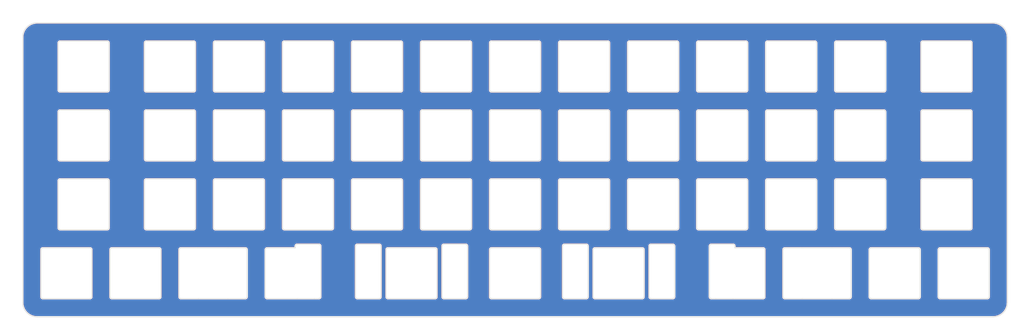
<source format=kicad_pcb>
(kicad_pcb (version 20210606) (generator pcbnew)
  (layers (0 "F.Cu" signal) (31 "B.Cu" signal) (34 "B.Paste" user) (35 "F.Paste" user) (36 "B.SilkS" user "B.Silkscreen") (37 "F.SilkS" user "F.Silkscreen") (38 "B.Mask" user) (39 "F.Mask" user) (44 "Edge.Cuts" user))
  (net 0 "")
  (gr_line (start 277.9625 103.299999) (end 277.9625 90.299998) (layer "Edge.Cuts") (width 0.15))
  (gr_line (start 248.6 103.799997) (end 235.6 103.799997) (layer "Edge.Cuts") (width 0.15))
  (gr_arc (start 73.675001 128.399998) (end 73.675 127.9) (angle -90) (layer "Edge.Cuts") (width 0.15))
  (gr_line (start 134.3 84.749998) (end 121.3 84.749998) (layer "Edge.Cuts") (width 0.15))
  (gr_line (start 96.7 109.349999) (end 96.700001 122.349998) (layer "Edge.Cuts") (width 0.15))
  (gr_arc (start 96.2 90.299998) (end 96.699999 90.299998) (angle -90) (layer "Edge.Cuts") (width 0.15))
  (gr_line (start 153.35 103.799999) (end 140.35 103.799997) (layer "Edge.Cuts") (width 0.15))
  (gr_line (start 96.200002 84.749998) (end 83.2 84.749998) (layer "Edge.Cuts") (width 0.15))
  (gr_line (start 235.6 70.749998) (end 248.6 70.749998) (layer "Edge.Cuts") (width 0.15))
  (gr_arc (start 152.263 141.4) (end 152.263001 141.899999) (angle -90) (layer "Edge.Cuts") (width 0.15))
  (gr_line (start 291.4625 122.849999) (end 278.4625 122.849999) (layer "Edge.Cuts") (width 0.15))
  (gr_arc (start 97.487501 128.399999) (end 97.487501 127.899998) (angle -90) (layer "Edge.Cuts") (width 0.15))
  (gr_line (start 134.800001 109.349997) (end 134.800001 122.349998) (layer "Edge.Cuts") (width 0.15))
  (gr_line (start 53.337499 84.749998) (end 40.3375 84.749998) (layer "Edge.Cuts") (width 0.15))
  (gr_line (start 91.9375 128.399998) (end 91.9375 141.399998) (layer "Edge.Cuts") (width 0.15))
  (gr_arc (start 248.6 109.349999) (end 249.100001 109.349998) (angle -90) (layer "Edge.Cuts") (width 0.15))
  (gr_line (start 283.225 127.899998) (end 296.225 127.899998) (layer "Edge.Cuts") (width 0.15))
  (gr_line (start 115.25 103.799997) (end 102.249999 103.799997) (layer "Edge.Cuts") (width 0.15))
  (gr_arc (start 187.975 128.399998) (end 187.975 127.899998) (angle -90) (layer "Edge.Cuts") (width 0.15))
  (gr_arc (start 111.75 141.399998) (end 111.750001 141.899999) (angle -90) (layer "Edge.Cuts") (width 0.15))
  (gr_arc (start 191.45 71.249998) (end 191.95 71.249998) (angle -90) (layer "Edge.Cuts") (width 0.15))
  (gr_line (start 268.149999 71.249998) (end 268.149999 84.249998) (layer "Edge.Cuts") (width 0.15))
  (gr_line (start 209.913 127.399997) (end 209.913 141.399998) (layer "Edge.Cuts") (width 0.15))
  (gr_line (start 229.55 122.849998) (end 216.55 122.849998) (layer "Edge.Cuts") (width 0.15))
  (gr_arc (start 134.3 122.349998) (end 134.300001 122.849998) (angle -90) (layer "Edge.Cuts") (width 0.15))
  (gr_line (start 35.075001 141.399999) (end 35.075001 128.399999) (layer "Edge.Cuts") (width 0.15))
  (gr_line (start 53.8375 90.299998) (end 53.8375 103.299999) (layer "Edge.Cuts") (width 0.15))
  (gr_arc (start 179.537001 141.399999) (end 179.037 141.399998) (angle -90) (layer "Edge.Cuts") (width 0.15))
  (gr_line (start 296.725 128.399998) (end 296.725 141.399998) (layer "Edge.Cuts") (width 0.15))
  (gr_arc (start 185.537 141.399999) (end 185.537 141.899998) (angle -90) (layer "Edge.Cuts") (width 0.15))
  (gr_line (start 121.300001 89.799997) (end 134.3 89.799997) (layer "Edge.Cuts") (width 0.15))
  (gr_arc (start 146.263 127.399999) (end 146.263001 126.899997) (angle -90) (layer "Edge.Cuts") (width 0.15))
  (gr_arc (start 140.350001 71.249998) (end 140.35 70.749998) (angle -90) (layer "Edge.Cuts") (width 0.15))
  (gr_arc (start 283.225001 128.399998) (end 283.225 127.899998) (angle -90) (layer "Edge.Cuts") (width 0.15))
  (gr_arc (start 264.175 141.399999) (end 263.675 141.399998) (angle -90) (layer "Edge.Cuts") (width 0.15))
  (gr_arc (start 48.574999 128.399998) (end 49.074999 128.4) (angle -90) (layer "Edge.Cuts") (width 0.15))
  (gr_arc (start 102.25 109.349999) (end 102.249999 108.849999) (angle -90) (layer "Edge.Cuts") (width 0.15))
  (gr_arc (start 40.337499 90.299998) (end 40.3375 89.799999) (angle -90) (layer "Edge.Cuts") (width 0.15))
  (gr_arc (start 197.5 84.249998) (end 197 84.249998) (angle -90) (layer "Edge.Cuts") (width 0.15))
  (gr_line (start 230.05 109.349998) (end 230.05 122.349998) (layer "Edge.Cuts") (width 0.15))
  (gr_line (start 172.4 103.799999) (end 159.4 103.799999) (layer "Edge.Cuts") (width 0.15))
  (gr_line (start 210.5 122.849998) (end 197.5 122.849999) (layer "Edge.Cuts") (width 0.15))
  (gr_line (start 115.25 84.749998) (end 102.25 84.749998) (layer "Edge.Cuts") (width 0.15))
  (gr_arc (start 53.337499 103.299999) (end 53.3375 103.799999) (angle -90) (layer "Edge.Cuts") (width 0.15))
  (gr_line (start 82.700001 122.349998) (end 82.7 109.349999) (layer "Edge.Cuts") (width 0.15))
  (gr_line (start 278.4625 89.799999) (end 291.4625 89.799999) (layer "Edge.Cuts") (width 0.15))
  (gr_line (start 139.850001 122.349999) (end 139.850001 109.349998) (layer "Edge.Cuts") (width 0.15))
  (gr_line (start 230.05 71.249998) (end 230.05 84.249998) (layer "Edge.Cuts") (width 0.15))
  (gr_arc (start 121.300001 71.249998) (end 121.3 70.749998) (angle -90) (layer "Edge.Cuts") (width 0.15))
  (gr_line (start 216.05 84.249998) (end 216.05 71.249998) (layer "Edge.Cuts") (width 0.15))
  (gr_line (start 235.100001 122.349998) (end 235.100001 109.349998) (layer "Edge.Cuts") (width 0.15))
  (gr_arc (start 159.399999 122.349998) (end 158.9 122.349998) (angle -90) (layer "Edge.Cuts") (width 0.15))
  (gr_arc (start 115.25 103.299999) (end 115.25 103.799997) (angle -90) (layer "Edge.Cuts") (width 0.15))
  (gr_line (start 178.45 108.849999) (end 191.45 108.849999) (layer "Edge.Cuts") (width 0.15))
  (gr_arc (start 172.400001 103.299997) (end 172.4 103.799999) (angle -90) (layer "Edge.Cuts") (width 0.15))
  (gr_line (start 64.15 89.799999) (end 77.15 89.799999) (layer "Edge.Cuts") (width 0.15))
  (gr_arc (start 178.45 71.249998) (end 178.450001 70.749998) (angle -90) (layer "Edge.Cuts") (width 0.15))
  (gr_line (start 159.4 127.899998) (end 172.4 127.899998) (layer "Edge.Cuts") (width 0.15))
  (gr_line (start 39.837499 103.299999) (end 39.8375 90.299999) (layer "Edge.Cuts") (width 0.15))
  (gr_line (start 201.475 128.399998) (end 201.475 141.399998) (layer "Edge.Cuts") (width 0.15))
  (gr_arc (start 216.55 84.249999) (end 216.05 84.249998) (angle -90) (layer "Edge.Cuts") (width 0.15))
  (gr_line (start 249.1 90.299998) (end 249.1 103.299997) (layer "Edge.Cuts") (width 0.15))
  (gr_arc (start 96.2 84.249998) (end 96.200002 84.749998) (angle -90) (layer "Edge.Cuts") (width 0.15))
  (gr_arc (start 172.400001 122.349998) (end 172.4 122.849999) (angle -90) (layer "Edge.Cuts") (width 0.15))
  (gr_line (start 115.75 109.349998) (end 115.749999 122.349998) (layer "Edge.Cuts") (width 0.15))
  (gr_arc (start 96.200001 109.349998) (end 96.7 109.349999) (angle -90) (layer "Edge.Cuts") (width 0.15))
  (gr_line (start 254.65 70.749998) (end 267.65 70.749999) (layer "Edge.Cuts") (width 0.15))
  (gr_arc (start 77.15 84.249998) (end 77.15 84.749998) (angle -90) (layer "Edge.Cuts") (width 0.15))
  (gr_arc (start 258.124999 128.399998) (end 258.625001 128.399998) (angle -90) (layer "Edge.Cuts") (width 0.15))
  (gr_arc (start 77.15 103.299999) (end 77.15 103.799999) (angle -90) (layer "Edge.Cuts") (width 0.15))
  (gr_line (start 196.999999 122.349998) (end 196.999999 109.349997) (layer "Edge.Cuts") (width 0.15))
  (gr_line (start 159.4 89.799999) (end 172.4 89.799999) (layer "Edge.Cuts") (width 0.15))
  (gr_arc (start 121.3 109.349999) (end 121.3 108.849998) (angle -90) (layer "Edge.Cuts") (width 0.15))
  (gr_arc (start 210.5 109.349999) (end 211.000001 109.349997) (angle -90) (layer "Edge.Cuts") (width 0.15))
  (gr_line (start 73.675 127.9) (end 78.4375 127.9) (layer "Edge.Cuts") (width 0.15))
  (gr_line (start 197.5 108.849999) (end 210.5 108.849998) (layer "Edge.Cuts") (width 0.15))
  (gr_arc (start 172.4 109.349998) (end 172.9 109.349999) (angle -90) (layer "Edge.Cuts") (width 0.15))
  (gr_arc (start 172.400001 128.399998) (end 172.9 128.399998) (angle -90) (layer "Edge.Cuts") (width 0.15))
  (gr_arc (start 216.55 109.349999) (end 216.55 108.849998) (angle -90) (layer "Edge.Cuts") (width 0.15))
  (gr_arc (start 102.249999 71.249998) (end 102.25 70.749998) (angle -90) (layer "Edge.Cuts") (width 0.15))
  (gr_arc (start 40.337499 71.25) (end 40.3375 70.749998) (angle -90) (layer "Edge.Cuts") (width 0.15))
  (gr_line (start 146.263001 126.899997) (end 152.263001 126.899997) (layer "Edge.Cuts") (width 0.15))
  (gr_arc (start 267.65 103.299998) (end 267.65 103.799999) (angle -90) (layer "Edge.Cuts") (width 0.15))
  (gr_line (start 291.4625 84.749998) (end 278.462501 84.749998) (layer "Edge.Cuts") (width 0.15))
  (gr_line (start 102.249999 89.799997) (end 115.25 89.799999) (layer "Edge.Cuts") (width 0.15))
  (gr_arc (start 134.300001 84.249999) (end 134.3 84.749998) (angle -90) (layer "Edge.Cuts") (width 0.15))
  (gr_line (start 197 84.249998) (end 197 71.249998) (layer "Edge.Cuts") (width 0.15))
  (gr_arc (start 254.650001 71.249998) (end 254.65 70.749998) (angle -90) (layer "Edge.Cuts") (width 0.15))
  (gr_arc (start 130.825 128.4) (end 130.825 127.899998) (angle -90) (layer "Edge.Cuts") (width 0.15))
  (gr_arc (start 197.5 90.299998) (end 197.500001 89.799997) (angle -90) (layer "Edge.Cuts") (width 0.15))
  (gr_line (start 64.15 70.749999) (end 77.15 70.749998) (layer "Edge.Cuts") (width 0.15))
  (gr_arc (start 229.55 109.349999) (end 230.05 109.349998) (angle -90) (layer "Edge.Cuts") (width 0.15))
  (gr_line (start 254.650001 89.799998) (end 267.65 89.799999) (layer "Edge.Cuts") (width 0.15))
  (gr_line (start 110.4875 141.899999) (end 105.75 141.899998) (layer "Edge.Cuts") (width 0.15))
  (gr_arc (start 235.6 71.249998) (end 235.6 70.749998) (angle -90) (layer "Edge.Cuts") (width 0.15))
  (gr_arc (start 64.15 122.349998) (end 63.649998 122.349998) (angle -90) (layer "Edge.Cuts") (width 0.15))
  (gr_arc (start 128.387001 141.399999) (end 128.387 141.899998) (angle -90) (layer "Edge.Cuts") (width 0.15))
  (gr_line (start 67.625 141.9) (end 54.624999 141.899998) (layer "Edge.Cuts") (width 0.15))
  (gr_arc (start 267.65 122.349998) (end 267.65 122.849999) (angle -90) (layer "Edge.Cuts") (width 0.15))
  (gr_line (start 68.125 128.4) (end 68.125 141.4) (layer "Edge.Cuts") (width 0.15))
  (gr_line (start 197.500001 70.749999) (end 210.5 70.749998) (layer "Edge.Cuts") (width 0.15))
  (gr_arc (start 153.35 90.299998) (end 153.85 90.299998) (angle -90) (layer "Edge.Cuts") (width 0.15))
  (gr_line (start 177.950001 84.249999) (end 177.95 71.249998) (layer "Edge.Cuts") (width 0.15))
  (gr_arc (start 254.650001 90.299999) (end 254.650001 89.799998) (angle -90) (layer "Edge.Cuts") (width 0.15))
  (gr_line (start 249.1 71.249998) (end 249.1 84.249998) (layer "Edge.Cuts") (width 0.15))
  (gr_line (start 128.887 127.4) (end 128.887 141.399998) (layer "Edge.Cuts") (width 0.15))
  (gr_line (start 254.650001 108.849998) (end 267.65 108.849999) (layer "Edge.Cuts") (width 0.15))
  (gr_arc (start 67.625001 128.399998) (end 68.125 128.4) (angle -90) (layer "Edge.Cuts") (width 0.15))
  (gr_arc (start 197.500001 122.349998) (end 196.999999 122.349998) (angle -90) (layer "Edge.Cuts") (width 0.15))
  (gr_line (start 264.175 127.899998) (end 277.175 127.899998) (layer "Edge.Cuts") (width 0.15))
  (gr_line (start 254.15 103.299999) (end 254.15 90.299999) (layer "Edge.Cuts") (width 0.15))
  (gr_line (start 91.4375 141.899998) (end 86.675 141.899998) (layer "Edge.Cuts") (width 0.15))
  (gr_line (start 134.8 71.249998) (end 134.8 84.249998) (layer "Edge.Cuts") (width 0.15))
  (gr_line (start 140.35 89.799997) (end 153.35 89.799999) (layer "Edge.Cuts") (width 0.15))
  (gr_arc (start 172.4 71.249998) (end 172.9 71.249998) (angle -90) (layer "Edge.Cuts") (width 0.15))
  (gr_line (start 158.9 141.399998) (end 158.9 128.399998) (layer "Edge.Cuts") (width 0.15))
  (gr_arc (start 267.65 84.249998) (end 267.649999 84.749998) (angle -90) (layer "Edge.Cuts") (width 0.15))
  (gr_arc (start 91.437502 128.399998) (end 91.9375 128.399998) (angle -90) (layer "Edge.Cuts") (width 0.15))
  (gr_arc (start 96.200001 122.349999) (end 96.2 122.849999) (angle -90) (layer "Edge.Cuts") (width 0.15))
  (gr_line (start 172.9 71.249998) (end 172.9 84.249999) (layer "Edge.Cuts") (width 0.15))
  (gr_line (start 278.462501 70.749998) (end 291.4625 70.749998) (layer "Edge.Cuts") (width 0.15))
  (gr_arc (start 216.55 103.299999) (end 216.050001 103.299997) (angle -90) (layer "Edge.Cuts") (width 0.15))
  (gr_arc (start 64.15 84.249998) (end 63.649999 84.249998) (angle -90) (layer "Edge.Cuts") (width 0.15))
  (gr_line (start 158.9 84.249999) (end 158.9 71.249998) (layer "Edge.Cuts") (width 0.15))
  (gr_line (start 128.387 141.899998) (end 122.387001 141.899998) (layer "Edge.Cuts") (width 0.15))
  (gr_line (start 121.3 70.749998) (end 134.3 70.749998) (layer "Edge.Cuts") (width 0.15))
  (gr_line (start 239.862501 141.399999) (end 239.862501 128.399998) (layer "Edge.Cuts") (width 0.15))
  (gr_arc (start 73.675 141.399999) (end 73.175 141.399998) (angle -90) (layer "Edge.Cuts") (width 0.15))
  (gr_line (start 226.550001 127.399997) (end 226.55 127.899998) (layer "Edge.Cuts") (width 0.15))
  (gr_arc (start 291.4625 122.349998) (end 291.4625 122.849999) (angle -90) (layer "Edge.Cuts") (width 0.15))
  (gr_arc (start 146.263 141.399999) (end 145.763 141.399998) (angle -90) (layer "Edge.Cuts") (width 0.15))
  (gr_arc (start 96.200001 103.299998) (end 96.200001 103.799997) (angle -90) (layer "Edge.Cuts") (width 0.15))
  (gr_line (start 191.450001 103.799997) (end 178.45 103.799999) (layer "Edge.Cuts") (width 0.15))
  (gr_arc (start 140.350001 90.299999) (end 140.35 89.799997) (angle -90) (layer "Edge.Cuts") (width 0.15))
  (gr_arc (start 267.65 71.249998) (end 268.149999 71.249998) (angle -90) (layer "Edge.Cuts") (width 0.15))
  (gr_arc (start 178.450001 103.299997) (end 177.95 103.299999) (angle -90) (layer "Edge.Cuts") (width 0.15))
  (gr_arc (start 197.5 109.35) (end 197.5 108.849999) (angle -89.99965623) (layer "Edge.Cuts") (width 0.15))
  (gr_line (start 178.45 89.799999) (end 191.450001 89.799997) (layer "Edge.Cuts") (width 0.15))
  (gr_line (start 86.675 141.899998) (end 78.4375 141.899998) (layer "Edge.Cuts") (width 0.15))
  (gr_arc (start 115.25 122.35) (end 115.25 122.849998) (angle -90) (layer "Edge.Cuts") (width 0.15))
  (gr_arc (start 178.450001 109.349997) (end 178.45 108.849999) (angle -90) (layer "Edge.Cuts") (width 0.15))
  (gr_arc (start 209.413 141.399998) (end 209.412999 141.899998) (angle -90) (layer "Edge.Cuts") (width 0.15))
  (gr_line (start 53.8375 71.249998) (end 53.8375 84.249998) (layer "Edge.Cuts") (width 0.15))
  (gr_arc (start 291.4625 84.249998) (end 291.4625 84.749998) (angle -90) (layer "Edge.Cuts") (width 0.15))
  (gr_line (start 82.700001 103.299999) (end 82.700001 90.299999) (layer "Edge.Cuts") (width 0.15))
  (gr_line (start 130.325001 141.399999) (end 130.325 128.399998) (layer "Edge.Cuts") (width 0.15))
  (gr_line (start 101.75 84.249998) (end 101.75 71.249998) (layer "Edge.Cuts") (width 0.15))
  (gr_line (start 229.55 84.749998) (end 216.55 84.749998) (layer "Edge.Cuts") (width 0.15))
  (gr_line (start 158.9 103.299999) (end 158.9 90.299999) (layer "Edge.Cuts") (width 0.15))
  (gr_line (start 120.8 103.299997) (end 120.8 90.299998) (layer "Edge.Cuts") (width 0.15))
  (gr_arc (start 134.300001 90.299999) (end 134.8 90.299998) (angle -90) (layer "Edge.Cuts") (width 0.15))
  (gr_arc (start 111.75 127.4) (end 112.25 127.4) (angle -90) (layer "Edge.Cuts") (width 0.15))
  (gr_line (start 139.85 84.249998) (end 139.85 71.249998) (layer "Edge.Cuts") (width 0.15))
  (gr_line (start 172.9 90.299999) (end 172.9 103.299999) (layer "Edge.Cuts") (width 0.15))
  (gr_line (start 102.249999 108.849999) (end 115.25 108.849999) (layer "Edge.Cuts") (width 0.15))
  (gr_arc (start 254.650001 109.349997) (end 254.650001 108.849998) (angle -90) (layer "Edge.Cuts") (width 0.15))
  (gr_arc (start 267.65 90.299998) (end 268.15 90.299999) (angle -90) (layer "Edge.Cuts") (width 0.15))
  (gr_line (start 172.400001 84.749998) (end 159.399999 84.749998) (layer "Edge.Cuts") (width 0.15))
  (gr_arc (start 172.4 141.399999) (end 172.4 141.899998) (angle -90) (layer "Edge.Cuts") (width 0.15))
  (gr_line (start 78.4375 127.9) (end 86.675 127.9) (layer "Edge.Cuts") (width 0.15))
  (gr_line (start 77.65 109.349999) (end 77.65 122.35) (layer "Edge.Cuts") (width 0.15))
  (gr_line (start 39.837499 84.249998) (end 39.837499 71.249998) (layer "Edge.Cuts") (width 0.15))
  (gr_arc (start 83.2 84.249998) (end 82.700001 84.249999) (angle -90) (layer "Edge.Cuts") (width 0.15))
  (gr_arc (start 121.3 90.299999) (end 121.300001 89.799997) (angle -90) (layer "Edge.Cuts") (width 0.15))
  (gr_line (start 115.25 122.849998) (end 102.25 122.849999) (layer "Edge.Cuts") (width 0.15))
  (gr_arc (start 277.175 141.399999) (end 277.175 141.899998) (angle -90) (layer "Edge.Cuts") (width 0.15))
  (gr_arc (start 210.5 84.249999) (end 210.5 84.749998) (angle -90) (layer "Edge.Cuts") (width 0.15))
  (gr_arc (start 102.25 122.35) (end 101.75 122.349998) (angle -90) (layer "Edge.Cuts") (width 0.15))
  (gr_arc (start 179.537 127.399999) (end 179.537 126.899997) (angle -90) (layer "Edge.Cuts") (width 0.15))
  (gr_line (start 35.575001 127.899999) (end 48.574999 127.9) (layer "Edge.Cuts") (width 0.15))
  (gr_line (start 77.15 103.799999) (end 64.15 103.799999) (layer "Edge.Cuts") (width 0.15))
  (gr_arc (start 172.4 90.299998) (end 172.9 90.299999) (angle -90) (layer "Edge.Cuts") (width 0.15))
  (gr_line (start 179.037 141.399998) (end 179.037 127.399997) (layer "Edge.Cuts") (width 0.15))
  (gr_arc (start 153.349999 109.349997) (end 153.850001 109.349998) (angle -90) (layer "Edge.Cuts") (width 0.15))
  (gr_line (start 219.55 141.399998) (end 219.550001 127.399998) (layer "Edge.Cuts") (width 0.15))
  (gr_line (start 96.2 122.849999) (end 83.2 122.849999) (layer "Edge.Cuts") (width 0.15))
  (gr_arc (start 77.15 90.299998) (end 77.65 90.299999) (angle -90) (layer "Edge.Cuts") (width 0.15))
  (gr_line (start 254.15 122.349998) (end 254.15 109.349999) (layer "Edge.Cuts") (width 0.15))
  (gr_line (start 82.700001 84.249999) (end 82.700001 71.249998) (layer "Edge.Cuts") (width 0.15))
  (gr_arc (start 64.15 109.349999) (end 64.15 108.85) (angle -90) (layer "Edge.Cuts") (width 0.15))
  (gr_arc (start 296.225 128.399998) (end 296.725 128.399998) (angle -90) (layer "Edge.Cuts") (width 0.15))
  (gr_arc (start 278.4625 103.299998) (end 277.9625 103.299999) (angle -90) (layer "Edge.Cuts") (width 0.15))
  (gr_line (start 235.100001 103.299998) (end 235.1 90.299998) (layer "Edge.Cuts") (width 0.15))
  (gr_arc (start 187.975001 141.399999) (end 187.475 141.399998) (angle -90) (layer "Edge.Cuts") (width 0.15))
  (gr_line (start 226.55 127.899998) (end 234.3125 127.899998) (layer "Edge.Cuts") (width 0.15))
  (gr_arc (start 121.3 84.249999) (end 120.8 84.249998) (angle -90) (layer "Edge.Cuts") (width 0.15))
  (gr_line (start 186.037001 127.399997) (end 186.037001 141.399999) (layer "Edge.Cuts") (width 0.15))
  (gr_line (start 268.15 90.299999) (end 268.15 103.299999) (layer "Edge.Cuts") (width 0.15))
  (gr_arc (start 153.349999 122.349998) (end 153.35 122.849999) (angle -90) (layer "Edge.Cuts") (width 0.15))
  (gr_arc (start 216.55 71.249998) (end 216.55 70.749998) (angle -90) (layer "Edge.Cuts") (width 0.15))
  (gr_arc (start 235.6 84.249998) (end 235.1 84.249998) (angle -90) (layer "Edge.Cuts") (width 0.15))
  (gr_line (start 282.725 141.399998) (end 282.725 128.399998) (layer "Edge.Cuts") (width 0.15))
  (gr_line (start 105.75 126.899999) (end 111.75 126.899999) (layer "Edge.Cuts") (width 0.15))
  (gr_arc (start 278.4625 71.249998) (end 278.462501 70.749998) (angle -90) (layer "Edge.Cuts") (width 0.15))
  (gr_line (start 191.95 71.249998) (end 191.95 84.249998) (layer "Edge.Cuts") (width 0.15))
  (gr_arc (start 210.5 103.299999) (end 210.499999 103.799997) (angle -90) (layer "Edge.Cuts") (width 0.15))
  (gr_line (start 291.962501 71.249998) (end 291.962501 84.249998) (layer "Edge.Cuts") (width 0.15))
  (gr_arc (start 54.624999 128.399998) (end 54.624999 127.9) (angle -90) (layer "Edge.Cuts") (width 0.15))
  (gr_arc (start 248.600001 71.249998) (end 249.1 71.249998) (angle -90) (layer "Edge.Cuts") (width 0.15))
  (gr_arc (start 159.4 90.299998) (end 159.4 89.799999) (angle -90) (layer "Edge.Cuts") (width 0.15))
  (gr_arc (start 278.462501 122.349998) (end 277.9625 122.349998) (angle -90) (layer "Edge.Cuts") (width 0.15))
  (gr_line (start 277.175 141.899998) (end 264.175 141.899998) (layer "Edge.Cuts") (width 0.15))
  (gr_line (start 216.55 108.849998) (end 229.550001 108.849999) (layer "Edge.Cuts") (width 0.15))
  (gr_arc (start 278.4625 109.349998) (end 278.4625 108.849999) (angle -90) (layer "Edge.Cuts") (width 0.15))
  (gr_arc (start 235.6 122.349998) (end 235.100001 122.349998) (angle -90) (layer "Edge.Cuts") (width 0.15))
  (gr_line (start 200.975 141.899998) (end 187.975 141.899998) (layer "Edge.Cuts") (width 0.15))
  (gr_arc (start 53.337499 109.349999) (end 53.8375 109.349999) (angle -90) (layer "Edge.Cuts") (width 0.15))
  (gr_line (start 83.2 108.849999) (end 96.2 108.849999) (layer "Edge.Cuts") (width 0.15))
  (gr_line (start 153.850001 109.349998) (end 153.849999 122.349998) (layer "Edge.Cuts") (width 0.15))
  (gr_line (start 120.8 122.349998) (end 120.8 109.349997) (layer "Edge.Cuts") (width 0.15))
  (gr_arc (start 248.600001 84.249999) (end 248.6 84.749998) (angle -90) (layer "Edge.Cuts") (width 0.15))
  (gr_line (start 278.4625 108.849999) (end 291.4625 108.849999) (layer "Edge.Cuts") (width 0.15))
  (gr_line (start 49.074999 128.4) (end 49.074999 141.4) (layer "Edge.Cuts") (width 0.15))
  (gr_arc (start 191.450001 103.299998) (end 191.450001 103.799997) (angle -90) (layer "Edge.Cuts") (width 0.15))
  (gr_line (start 152.263001 141.899999) (end 146.263 141.899998) (layer "Edge.Cuts") (width 0.15))
  (gr_line (start 229.550001 103.799997) (end 216.55 103.799997) (layer "Edge.Cuts") (width 0.15))
  (gr_line (start 145.763 141.399998) (end 145.763 127.399997) (layer "Edge.Cuts") (width 0.15))
  (gr_line (start 40.3375 89.799999) (end 53.3375 89.799997) (layer "Edge.Cuts") (width 0.15))
  (gr_arc (start 128.387001 127.399999) (end 128.887 127.4) (angle -90) (layer "Edge.Cuts") (width 0.15))
  (gr_line (start 258.625001 128.399998) (end 258.625001 141.399999) (layer "Edge.Cuts") (width 0.15))
  (gr_arc (start 197.5 71.249998) (end 197.500001 70.749999) (angle -90) (layer "Edge.Cuts") (width 0.15))
  (gr_arc (start 203.413 127.399997) (end 203.413 126.899999) (angle -90) (layer "Edge.Cuts") (width 0.15))
  (gr_line (start 235.6 108.849999) (end 248.6 108.849999) (layer "Edge.Cuts") (width 0.15))
  (gr_line (start 73.175 141.399998) (end 73.175 128.399998) (layer "Edge.Cuts") (width 0.15))
  (gr_arc (start 291.462501 109.349998) (end 291.9625 109.349999) (angle -90) (layer "Edge.Cuts") (width 0.15))
  (gr_arc (start 248.6 122.349998) (end 248.600001 122.849998) (angle -90) (layer "Edge.Cuts") (width 0.15))
  (gr_arc (start 234.3125 128.399998) (end 234.812501 128.399998) (angle -90) (layer "Edge.Cuts") (width 0.15))
  (gr_arc (start 153.349999 84.249998) (end 153.349999 84.749998) (angle -90) (layer "Edge.Cuts") (width 0.15))
  (gr_arc (start 216.55 90.299999) (end 216.549999 89.799997) (angle -90) (layer "Edge.Cuts") (width 0.15))
  (gr_arc (start 134.3 109.349999) (end 134.800001 109.349997) (angle -90) (layer "Edge.Cuts") (width 0.15))
  (gr_line (start 152.763001 127.399997) (end 152.763001 141.399999) (layer "Edge.Cuts") (width 0.15))
  (gr_line (start 159.4 108.849999) (end 172.4 108.849999) (layer "Edge.Cuts") (width 0.15))
  (gr_line (start 268.15 109.349999) (end 268.15 122.349998) (layer "Edge.Cuts") (width 0.15))
  (gr_line (start 216.549999 89.799997) (end 229.550001 89.799997) (layer "Edge.Cuts") (width 0.15))
  (gr_line (start 177.95 103.299999) (end 177.950001 90.299999) (layer "Edge.Cuts") (width 0.15))
  (gr_line (start 179.537 126.899997) (end 185.536999 126.899997) (layer "Edge.Cuts") (width 0.15))
  (gr_arc (start 159.4 141.399999) (end 158.9 141.399998) (angle -90) (layer "Edge.Cuts") (width 0.15))
  (gr_line (start 63.649999 103.299999) (end 63.65 90.299999) (layer "Edge.Cuts") (width 0.15))
  (gr_arc (start 33.999998 69.674999) (end 33.999999 65.675) (angle -90) (layer "Edge.Cuts") (width 0.15))
  (gr_arc (start 235.6 109.349999) (end 235.6 108.849999) (angle -90) (layer "Edge.Cuts") (width 0.15))
  (gr_line (start 77.65 90.299999) (end 77.650001 103.299999) (layer "Edge.Cuts") (width 0.15))
  (gr_line (start 83.2 89.799999) (end 96.200001 89.799999) (layer "Edge.Cuts") (width 0.15))
  (gr_arc (start 159.399999 128.399998) (end 159.4 127.899998) (angle -90) (layer "Edge.Cuts") (width 0.15))
  (gr_arc (start 258.125 141.399999) (end 258.125 141.899998) (angle -90) (layer "Edge.Cuts") (width 0.15))
  (gr_line (start 267.649999 84.749998) (end 254.65 84.749998) (layer "Edge.Cuts") (width 0.15))
  (gr_line (start 64.15 108.85) (end 77.15 108.849999) (layer "Edge.Cuts") (width 0.15))
  (gr_arc (start 134.3 71.249998) (end 134.8 71.249998) (angle -90) (layer "Edge.Cuts") (width 0.15))
  (gr_line (start 115.75 71.249998) (end 115.75 84.249998) (layer "Edge.Cuts") (width 0.15))
  (gr_line (start 77.650001 71.249998) (end 77.65 84.249999) (layer "Edge.Cuts") (width 0.15))
  (gr_line (start 153.35 122.849999) (end 140.35 122.849999) (layer "Edge.Cuts") (width 0.15))
  (gr_line (start 235.6 89.799997) (end 248.600001 89.799998) (layer "Edge.Cuts") (width 0.15))
  (gr_arc (start 172.4 84.249998) (end 172.400001 84.749998) (angle -90) (layer "Edge.Cuts") (width 0.15))
  (gr_arc (start 291.4625 71.249998) (end 291.962501 71.249998) (angle -90) (layer "Edge.Cuts") (width 0.15))
  (gr_arc (start 200.975002 128.399998) (end 201.475 128.399998) (angle -90) (layer "Edge.Cuts") (width 0.15))
  (gr_line (start 253.362502 141.899998) (end 245.125 141.899998) (layer "Edge.Cuts") (width 0.15))
  (gr_line (start 267.65 122.849999) (end 254.650001 122.849998) (layer "Edge.Cuts") (width 0.15))
  (gr_line (start 248.6 84.749998) (end 235.6 84.749998) (layer "Edge.Cuts") (width 0.15))
  (gr_arc (start 178.45 84.249998) (end 177.950001 84.249999) (angle -90) (layer "Edge.Cuts") (width 0.15))
  (gr_arc (start 67.625 141.399999) (end 67.625 141.9) (angle -90) (layer "Edge.Cuts") (width 0.15))
  (gr_arc (start 203.413 141.399998) (end 202.913001 141.399999) (angle -90) (layer "Edge.Cuts") (width 0.15))
  (gr_line (start 63.649998 122.349998) (end 63.650001 109.349999) (layer "Edge.Cuts") (width 0.15))
  (gr_arc (start 197.500001 103.299998) (end 196.999999 103.299997) (angle -90) (layer "Edge.Cuts") (width 0.15))
  (gr_arc (start 140.35 103.299999) (end 139.850001 103.299998) (angle -90) (layer "Edge.Cuts") (width 0.15))
  (gr_arc (start 296.225001 141.399999) (end 296.225 141.899998) (angle -90) (layer "Edge.Cuts") (width 0.15))
  (gr_arc (start 159.4 71.249998) (end 159.399999 70.749998) (angle -90) (layer "Edge.Cuts") (width 0.15))
  (gr_arc (start 40.337501 122.349998) (end 39.8375 122.35) (angle -90) (layer "Edge.Cuts") (width 0.15))
  (gr_arc (start 248.600001 103.299997) (end 248.6 103.799997) (angle -90) (layer "Edge.Cuts") (width 0.15))
  (gr_line (start 112.25 127.4) (end 112.250001 141.399999) (layer "Edge.Cuts") (width 0.15))
  (gr_line (start 105.75 141.899998) (end 97.487501 141.899998) (layer "Edge.Cuts") (width 0.15))
  (gr_arc (start 291.4625 90.299998) (end 291.9625 90.299999) (angle -90) (layer "Edge.Cuts") (width 0.15))
  (gr_line (start 209.412999 141.899998) (end 203.413 141.899998) (layer "Edge.Cuts") (width 0.15))
  (gr_arc (start 105.750001 127.4) (end 105.75 126.899999) (angle -90) (layer "Edge.Cuts") (width 0.15))
  (gr_arc (start 159.399999 103.299997) (end 158.9 103.299999) (angle -90) (layer "Edge.Cuts") (width 0.15))
  (gr_line (start 221.3125 141.899999) (end 220.05 141.899998) (layer "Edge.Cuts") (width 0.15))
  (gr_arc (start 121.300001 103.299999) (end 120.8 103.299997) (angle -90) (layer "Edge.Cuts") (width 0.15))
  (gr_line (start 86.675 127.9) (end 91.4375 127.899998) (layer "Edge.Cuts") (width 0.15))
  (gr_line (start 191.45 84.749998) (end 178.450001 84.749998) (layer "Edge.Cuts") (width 0.15))
  (gr_line (start 234.812501 128.399998) (end 234.8125 141.399999) (layer "Edge.Cuts") (width 0.15))
  (gr_arc (start 64.15 71.249998) (end 64.15 70.749999) (angle -90) (layer "Edge.Cuts") (width 0.15))
  (gr_line (start 77.15 122.849999) (end 64.15 122.85) (layer "Edge.Cuts") (width 0.15))
  (gr_arc (start 220.05 127.399999) (end 220.050001 126.899998) (angle -90) (layer "Edge.Cuts") (width 0.15))
  (gr_line (start 185.537 141.899998) (end 179.537 141.899998) (layer "Edge.Cuts") (width 0.15))
  (gr_arc (start 83.2 103.299999) (end 82.700001 103.299999) (angle -90) (layer "Edge.Cuts") (width 0.15))
  (gr_line (start 121.3 108.849998) (end 134.300001 108.849998) (layer "Edge.Cuts") (width 0.15))
  (gr_arc (start 122.387 141.399998) (end 121.887001 141.399999) (angle -90) (layer "Edge.Cuts") (width 0.15))
  (gr_line (start 297.799999 65.675) (end 33.999999 65.675) (layer "Edge.Cuts") (width 0.15))
  (gr_arc (start 235.6 103.299999) (end 235.100001 103.299998) (angle -90) (layer "Edge.Cuts") (width 0.15))
  (gr_arc (start 97.487501 141.399999) (end 96.9875 141.399999) (angle -90) (layer "Edge.Cuts") (width 0.15))
  (gr_arc (start 40.337501 103.299999) (end 39.837499 103.299999) (angle -90) (layer "Edge.Cuts") (width 0.15))
  (gr_line (start 210.499999 103.799997) (end 197.500001 103.799997) (layer "Edge.Cuts") (width 0.15))
  (gr_line (start 96.699999 90.299998) (end 96.7 103.299999) (layer "Edge.Cuts") (width 0.15))
  (gr_line (start 277.675 128.399998) (end 277.675 141.399998) (layer "Edge.Cuts") (width 0.15))
  (gr_arc (start 53.337499 90.299998) (end 53.8375 90.299998) (angle -90) (layer "Edge.Cuts") (width 0.15))
  (gr_arc (start 254.650001 84.249999) (end 254.15 84.249999) (angle -90) (layer "Edge.Cuts") (width 0.15))
  (gr_line (start 134.3 103.799997) (end 121.3 103.8) (layer "Edge.Cuts") (width 0.15))
  (gr_arc (start 40.337501 109.35) (end 40.3375 108.849999) (angle -90) (layer "Edge.Cuts") (width 0.15))
  (gr_line (start 172.9 109.349999) (end 172.9 122.349998) (layer "Edge.Cuts") (width 0.15))
  (gr_arc (start 226.05 127.399999) (end 226.550001 127.399997) (angle -90) (layer "Edge.Cuts") (width 0.15))
  (gr_line (start 130.825 127.899998) (end 143.825001 127.899999) (layer "Edge.Cuts") (width 0.15))
  (gr_arc (start 229.55 122.349998) (end 229.55 122.849998) (angle -90) (layer "Edge.Cuts") (width 0.15))
  (gr_line (start 115.75 90.299998) (end 115.749999 103.299997) (layer "Edge.Cuts") (width 0.15))
  (gr_arc (start 140.35 109.349999) (end 140.350001 108.849998) (angle -90) (layer "Edge.Cuts") (width 0.15))
  (gr_arc (start 264.174999 128.399998) (end 264.175 127.899998) (angle -90) (layer "Edge.Cuts") (width 0.15))
  (gr_arc (start 140.350001 84.249999) (end 139.85 84.249998) (angle -90) (layer "Edge.Cuts") (width 0.15))
  (gr_line (start 121.887001 141.399999) (end 121.887001 127.399999) (layer "Edge.Cuts") (width 0.15))
  (gr_line (start 97.487501 127.899998) (end 105.250001 127.899999) (layer "Edge.Cuts") (width 0.15))
  (gr_line (start 277.9625 84.249998) (end 277.9625 71.249998) (layer "Edge.Cuts") (width 0.15))
  (gr_line (start 191.95 90.299998) (end 191.95 103.299999) (layer "Edge.Cuts") (width 0.15))
  (gr_line (start 296.225 141.899998) (end 283.225 141.899998) (layer "Edge.Cuts") (width 0.15))
  (gr_arc (start 77.15 109.349997) (end 77.65 109.349999) (angle -90) (layer "Edge.Cuts") (width 0.15))
  (gr_arc (start 191.45 84.249998) (end 191.45 84.749998) (angle -90) (layer "Edge.Cuts") (width 0.15))
  (gr_arc (start 121.3 122.349998) (end 120.8 122.349998) (angle -90) (layer "Edge.Cuts") (width 0.15))
  (gr_arc (start 53.337499 71.249998) (end 53.8375 71.249998) (angle -90) (layer "Edge.Cuts") (width 0.15))
  (gr_line (start 134.8 90.299998) (end 134.800001 103.299997) (layer "Edge.Cuts") (width 0.15))
  (gr_line (start 144.325 128.399998) (end 144.325001 141.399999) (layer "Edge.Cuts") (width 0.15))
  (gr_line (start 172.4 122.849999) (end 159.4 122.849999) (layer "Edge.Cuts") (width 0.15))
  (gr_arc (start 200.975001 141.399999) (end 200.975 141.899998) (angle -90) (layer "Edge.Cuts") (width 0.15))
  (gr_arc (start 235.6 90.299998) (end 235.6 89.799997) (angle -90) (layer "Edge.Cuts") (width 0.15))
  (gr_arc (start 229.550001 71.249998) (end 230.05 71.249998) (angle -90) (layer "Edge.Cuts") (width 0.15))
  (gr_line (start 153.85 71.249998) (end 153.849999 84.249999) (layer "Edge.Cuts") (width 0.15))
  (gr_line (start 158.9 122.349998) (end 158.9 109.349999) (layer "Edge.Cuts") (width 0.15))
  (gr_arc (start 53.337499 122.349998) (end 53.3375 122.85) (angle -90) (layer "Edge.Cuts") (width 0.15))
  (gr_line (start 277.9625 122.349998) (end 277.9625 109.349999) (layer "Edge.Cuts") (width 0.15))
  (gr_line (start 291.462501 103.799997) (end 278.4625 103.799999) (layer "Edge.Cuts") (width 0.15))
  (gr_line (start 178.450001 70.749998) (end 191.450001 70.749999) (layer "Edge.Cuts") (width 0.15))
  (gr_line (start 159.399999 70.749998) (end 172.400001 70.749998) (layer "Edge.Cuts") (width 0.15))
  (gr_arc (start 152.263001 127.399998) (end 152.763001 127.399997) (angle -90) (layer "Edge.Cuts") (width 0.15))
  (gr_arc (start 159.4 84.249998) (end 158.9 84.249999) (angle -90) (layer "Edge.Cuts") (width 0.15))
  (gr_arc (start 267.65 109.349998) (end 268.15 109.349999) (angle -90) (layer "Edge.Cuts") (width 0.15))
  (gr_line (start 63.649999 84.249998) (end 63.650001 71.249998) (layer "Edge.Cuts") (width 0.15))
  (gr_arc (start 102.249999 84.249998) (end 101.75 84.249998) (angle -90) (layer "Edge.Cuts") (width 0.15))
  (gr_arc (start 122.387001 127.399997) (end 122.387001 126.899999) (angle -90) (layer "Edge.Cuts") (width 0.15))
  (gr_line (start 187.475 141.399998) (end 187.475 128.399998) (layer "Edge.Cuts") (width 0.15))
  (gr_line (start 210.5 84.749998) (end 197.500001 84.749998) (layer "Edge.Cuts") (width 0.15))
  (gr_line (start 220.050001 126.899998) (end 226.049999 126.899997) (layer "Edge.Cuts") (width 0.15))
  (gr_line (start 196.999999 103.299997) (end 197 90.299998) (layer "Edge.Cuts") (width 0.15))
  (gr_arc (start 77.15 71.249998) (end 77.650001 71.249998) (angle -90) (layer "Edge.Cuts") (width 0.15))
  (gr_arc (start 240.3625 141.399998) (end 239.862501 141.399999) (angle -90) (layer "Edge.Cuts") (width 0.15))
  (gr_arc (start 240.3625 128.399998) (end 240.3625 127.899998) (angle -90) (layer "Edge.Cuts") (width 0.15))
  (gr_arc (start 83.2 90.299998) (end 83.2 89.799999) (angle -90) (layer "Edge.Cuts") (width 0.15))
  (gr_arc (start 35.575 141.4) (end 35.075001 141.399999) (angle -90) (layer "Edge.Cuts") (width 0.15))
  (gr_arc (start 229.55 103.299999) (end 229.550001 103.799997) (angle -90) (layer "Edge.Cuts") (width 0.15))
  (gr_arc (start 134.3 103.299999) (end 134.3 103.799997) (angle -90) (layer "Edge.Cuts") (width 0.15))
  (gr_line (start 291.9625 90.299999) (end 291.9625 103.299999) (layer "Edge.Cuts") (width 0.15))
  (gr_line (start 140.35 70.749998) (end 153.349999 70.749998) (layer "Edge.Cuts") (width 0.15))
  (gr_line (start 291.9625 109.349999) (end 291.9625 122.349998) (layer "Edge.Cuts") (width 0.15))
  (gr_arc (start 210.499999 71.249998) (end 211.000001 71.249998) (angle -90) (layer "Edge.Cuts") (width 0.15))
  (gr_arc (start 35.575001 128.399998) (end 35.575001 127.899999) (angle -90) (layer "Edge.Cuts") (width 0.15))
  (gr_line (start 245.125 141.899998) (end 240.3625 141.899998) (layer "Edge.Cuts") (width 0.15))
  (gr_line (start 53.8375 109.349999) (end 53.837499 122.35) (layer "Edge.Cuts") (width 0.15))
  (gr_arc (start 178.450001 122.349998) (end 177.95 122.349998) (angle -90) (layer "Edge.Cuts") (width 0.15))
  (gr_line (start 78.4375 141.899998) (end 73.675 141.9) (layer "Edge.Cuts") (width 0.15))
  (gr_arc (start 210.5 122.349998) (end 210.5 122.849998) (angle -90) (layer "Edge.Cuts") (width 0.15))
  (gr_arc (start 115.25 71.249998) (end 115.75 71.249998) (angle -90) (layer "Edge.Cuts") (width 0.15))
  (gr_line (start 211.000001 71.249998) (end 211.000001 84.249999) (layer "Edge.Cuts") (width 0.15))
  (gr_arc (start 297.8 69.674999) (end 301.8 69.674999) (angle -90) (layer "Edge.Cuts") (width 0.15))
  (gr_line (start 263.675 141.399998) (end 263.675 128.399998) (layer "Edge.Cuts") (width 0.15))
  (gr_line (start 102.25 70.749998) (end 115.25 70.749998) (layer "Edge.Cuts") (width 0.15))
  (gr_line (start 53.3375 122.85) (end 40.3375 122.849999) (layer "Edge.Cuts") (width 0.15))
  (gr_line (start 258.125 141.899998) (end 253.362502 141.899998) (layer "Edge.Cuts") (width 0.15))
  (gr_line (start 101.75 122.349998) (end 101.75 109.349998) (layer "Edge.Cuts") (width 0.15))
  (gr_arc (start 191.450001 109.349998) (end 191.95 109.349999) (angle -90) (layer "Edge.Cuts") (width 0.15))
  (gr_line (start 267.65 103.799999) (end 254.650001 103.799998) (layer "Edge.Cuts") (width 0.15))
  (gr_line (start 143.825001 141.899999) (end 130.825 141.899998) (layer "Edge.Cuts") (width 0.15))
  (gr_line (start 96.699999 71.249998) (end 96.700001 84.249999) (layer "Edge.Cuts") (width 0.15))
  (gr_line (start 245.125001 127.899999) (end 253.362501 127.899999) (layer "Edge.Cuts") (width 0.15))
  (gr_arc (start 153.35 71.249998) (end 153.85 71.249998) (angle -90) (layer "Edge.Cuts") (width 0.15))
  (gr_arc (start 153.349999 103.299997) (end 153.35 103.799999) (angle -90) (layer "Edge.Cuts") (width 0.15))
  (gr_arc (start 283.225 141.399999) (end 282.725 141.399998) (angle -90) (layer "Edge.Cuts") (width 0.15))
  (gr_line (start 105.250001 127.899999) (end 105.25 127.4) (layer "Edge.Cuts") (width 0.15))
  (gr_arc (start 234.3125 141.399998) (end 234.3125 141.899998) (angle -90) (layer "Edge.Cuts") (width 0.15))
  (gr_arc (start 40.337499 84.249998) (end 39.837499 84.249998) (angle -90) (layer "Edge.Cuts") (width 0.15))
  (gr_arc (start 48.575 141.399999) (end 48.574999 141.9) (angle -90) (layer "Edge.Cuts") (width 0.15))
  (gr_arc (start 115.25 109.349999) (end 115.75 109.349998) (angle -90) (layer "Edge.Cuts") (width 0.15))
  (gr_line (start 301.8 142.974998) (end 301.8 69.674999) (layer "Edge.Cuts") (width 0.15))
  (gr_line (start 248.600001 122.849998) (end 235.600001 122.849998) (layer "Edge.Cuts") (width 0.15))
  (gr_arc (start 191.450001 122.349998) (end 191.45 122.849999) (angle -90) (layer "Edge.Cuts") (width 0.15))
  (gr_arc (start 115.25 90.299999) (end 115.75 90.299998) (angle -90) (layer "Edge.Cuts") (width 0.15))
  (gr_arc (start 83.200001 109.349998) (end 83.2 108.849999) (angle -90) (layer "Edge.Cuts") (width 0.15))
  (gr_line (start 40.3375 70.749998) (end 53.337499 70.749998) (layer "Edge.Cuts") (width 0.15))
  (gr_line (start 240.3625 127.899998) (end 245.125001 127.899999) (layer "Edge.Cuts") (width 0.15))
  (gr_arc (start 220.050001 141.399999) (end 219.55 141.399998) (angle -90) (layer "Edge.Cuts") (width 0.15))
  (gr_line (start 120.8 84.249998) (end 120.8 71.249998) (layer "Edge.Cuts") (width 0.15))
  (gr_arc (start 209.412999 127.399997) (end 209.913 127.399997) (angle -90) (layer "Edge.Cuts") (width 0.15))
  (gr_line (start 33.999999 146.975) (end 297.799999 146.974998) (layer "Edge.Cuts") (width 0.15))
  (gr_arc (start 159.4 109.349998) (end 159.4 108.849999) (angle -90) (layer "Edge.Cuts") (width 0.15))
  (gr_arc (start 229.55 90.299999) (end 230.05 90.299998) (angle -90) (layer "Edge.Cuts") (width 0.15))
  (gr_arc (start 254.650001 103.299997) (end 254.15 103.299999) (angle -90) (layer "Edge.Cuts") (width 0.15))
  (gr_arc (start 115.25 84.249999) (end 115.25 84.749998) (angle -90) (layer "Edge.Cuts") (width 0.15))
  (gr_arc (start 297.8 142.974999) (end 297.799999 146.974998) (angle -90) (layer "Edge.Cuts") (width 0.15))
  (gr_arc (start 278.4625 90.299998) (end 278.4625 89.799999) (angle -90) (layer "Edge.Cuts") (width 0.15))
  (gr_line (start 153.349999 84.749998) (end 140.35 84.749998) (layer "Edge.Cuts") (width 0.15))
  (gr_line (start 172.4 141.899998) (end 159.4 141.899998) (layer "Edge.Cuts") (width 0.15))
  (gr_line (start 139.850001 103.299998) (end 139.85 90.299998) (layer "Edge.Cuts") (width 0.15))
  (gr_arc (start 248.600001 90.299999) (end 249.1 90.299998) (angle -90) (layer "Edge.Cuts") (width 0.15))
  (gr_arc (start 64.15 90.299998) (end 64.15 89.799999) (angle -90) (layer "Edge.Cuts") (width 0.15))
  (gr_line (start 197.500001 89.799997) (end 210.499999 89.799997) (layer "Edge.Cuts") (width 0.15))
  (gr_arc (start 278.4625 84.249998) (end 277.9625 84.249998) (angle -90) (layer "Edge.Cuts") (width 0.15))
  (gr_line (start 122.387001 126.899999) (end 128.387001 126.899998) (layer "Edge.Cuts") (width 0.15))
  (gr_line (start 235.1 84.249998) (end 235.1 71.249998) (layer "Edge.Cuts") (width 0.15))
  (gr_arc (start 34 142.974999) (end 30.000002 142.974999) (angle -90) (layer "Edge.Cuts") (width 0.15))
  (gr_line (start 191.45 122.849999) (end 178.45 122.849999) (layer "Edge.Cuts") (width 0.15))
  (gr_line (start 39.8375 122.35) (end 39.837499 109.349999) (layer "Edge.Cuts") (width 0.15))
  (gr_arc (start 143.825 128.399998) (end 144.325 128.399998) (angle -90) (layer "Edge.Cuts") (width 0.15))
  (gr_line (start 216.050001 122.349998) (end 216.05 109.349998) (layer "Edge.Cuts") (width 0.15))
  (gr_line (start 83.2 70.749998) (end 96.200001 70.749999) (layer "Edge.Cuts") (width 0.15))
  (gr_line (start 187.975 127.899998) (end 200.975 127.899998) (layer "Edge.Cuts") (width 0.15))
  (gr_line (start 216.55 70.749998) (end 229.55 70.75) (layer "Edge.Cuts") (width 0.15))
  (gr_arc (start 83.2 71.249998) (end 83.2 70.749998) (angle -90) (layer "Edge.Cuts") (width 0.15))
  (gr_arc (start 102.25 103.299999) (end 101.75 103.299998) (angle -90) (layer "Edge.Cuts") (width 0.15))
  (gr_line (start 54.624999 127.9) (end 67.625 127.9) (layer "Edge.Cuts") (width 0.15))
  (gr_line (start 153.85 90.299998) (end 153.850001 103.299998) (layer "Edge.Cuts") (width 0.15))
  (gr_line (start 140.350001 108.849998) (end 153.35 108.849999) (layer "Edge.Cuts") (width 0.15))
  (gr_line (start 226.05 141.899998) (end 221.3125 141.899999) (layer "Edge.Cuts") (width 0.15))
  (gr_arc (start 140.350001 122.349998) (end 139.850001 122.349999) (angle -90) (layer "Edge.Cuts") (width 0.15))
  (gr_line (start 111.750001 141.899999) (end 110.4875 141.899999) (layer "Edge.Cuts") (width 0.15))
  (gr_line (start 211.000001 109.349997) (end 211 122.349998) (layer "Edge.Cuts") (width 0.15))
  (gr_arc (start 229.550001 84.249998) (end 229.55 84.749998) (angle -90) (layer "Edge.Cuts") (width 0.15))
  (gr_arc (start 254.65 122.349998) (end 254.15 122.349998) (angle -90) (layer "Edge.Cuts") (width 0.15))
  (gr_line (start 216.050001 103.299997) (end 216.05 90.299998) (layer "Edge.Cuts") (width 0.15))
  (gr_line (start 177.95 122.349998) (end 177.95 109.349999) (layer "Edge.Cuts") (width 0.15))
  (gr_arc (start 185.536999 127.4) (end 186.037001 127.399997) (angle -90) (layer "Edge.Cuts") (width 0.15))
  (gr_arc (start 277.175001 128.399998) (end 277.675 128.399998) (angle -90) (layer "Edge.Cuts") (width 0.15))
  (gr_line (start 101.75 103.299998) (end 101.75 90.299998) (layer "Edge.Cuts") (width 0.15))
  (gr_arc (start 130.825 141.399998) (end 130.325001 141.399999) (angle -90) (layer "Edge.Cuts") (width 0.15))
  (gr_arc (start 77.15 122.349998) (end 77.15 122.849999) (angle -90) (layer "Edge.Cuts") (width 0.15))
  (gr_line (start 211.000001 90.299999) (end 211.000001 103.299997) (layer "Edge.Cuts") (width 0.15))
  (gr_arc (start 64.15 103.299999) (end 63.649999 103.299999) (angle -90) (layer "Edge.Cuts") (width 0.15))
  (gr_arc (start 102.25 90.299999) (end 102.249999 89.799997) (angle -90) (layer "Edge.Cuts") (width 0.15))
  (gr_line (start 253.362501 127.899999) (end 258.125 127.899998) (layer "Edge.Cuts") (width 0.15))
  (gr_line (start 172.9 128.399998) (end 172.9 141.399998) (layer "Edge.Cuts") (width 0.15))
  (gr_arc (start 143.825 141.4) (end 143.825001 141.899999) (angle -90) (layer "Edge.Cuts") (width 0.15))
  (gr_line (start 191.95 109.349999) (end 191.95 122.349998) (layer "Edge.Cuts") (width 0.15))
  (gr_arc (start 216.55 122.349998) (end 216.050001 122.349998) (angle -90) (layer "Edge.Cuts") (width 0.15))
  (gr_arc (start 54.625 141.399999) (end 54.125 141.4) (angle -90) (layer "Edge.Cuts") (width 0.15))
  (gr_arc (start 96.2 71.249998) (end 96.699999 71.249998) (angle -90) (layer "Edge.Cuts") (width 0.15))
  (gr_line (start 96.9875 141.399999) (end 96.987499 128.399998) (layer "Edge.Cuts") (width 0.15))
  (gr_line (start 203.413 126.899999) (end 209.413 126.899999) (layer "Edge.Cuts") (width 0.15))
  (gr_line (start 234.3125 141.899998) (end 226.05 141.899998) (layer "Edge.Cuts") (width 0.15))
  (gr_line (start 77.15 84.749998) (end 64.150001 84.749998) (layer "Edge.Cuts") (width 0.15))
  (gr_line (start 30 69.674999) (end 30.000002 142.974999) (layer "Edge.Cuts") (width 0.15))
  (gr_line (start 53.3375 103.799999) (end 40.3375 103.8) (layer "Edge.Cuts") (width 0.15))
  (gr_line (start 134.300001 122.849998) (end 121.3 122.849998) (layer "Edge.Cuts") (width 0.15))
  (gr_line (start 48.574999 141.9) (end 35.575 141.899998) (layer "Edge.Cuts") (width 0.15))
  (gr_line (start 230.05 90.299998) (end 230.05 103.299998) (layer "Edge.Cuts") (width 0.15))
  (gr_arc (start 83.2 122.349998) (end 82.700001 122.349998) (angle -90) (layer "Edge.Cuts") (width 0.15))
  (gr_arc (start 53.337499 84.249998) (end 53.337499 84.749998) (angle -90) (layer "Edge.Cuts") (width 0.15))
  (gr_line (start 54.125 141.4) (end 54.125 128.399998) (layer "Edge.Cuts") (width 0.15))
  (gr_arc (start 91.437501 141.399999) (end 91.4375 141.899998) (angle -90) (layer "Edge.Cuts") (width 0.15))
  (gr_arc (start 178.45 90.299998) (end 178.45 89.799999) (angle -90) (layer "Edge.Cuts") (width 0.15))
  (gr_line (start 202.913001 141.399999) (end 202.913001 127.399997) (layer "Edge.Cuts") (width 0.15))
  (gr_line (start 96.200001 103.799997) (end 83.200001 103.799999) (layer "Edge.Cuts") (width 0.15))
  (gr_arc (start 191.45 90.299998) (end 191.95 90.299998) (angle -90) (layer "Edge.Cuts") (width 0.15))
  (gr_line (start 40.3375 108.849999) (end 53.337499 108.849999) (layer "Edge.Cuts") (width 0.15))
  (gr_arc (start 210.5 90.299999) (end 211.000001 90.299999) (angle -90) (layer "Edge.Cuts") (width 0.15))
  (gr_line (start 254.15 84.249999) (end 254.149999 71.249998) (layer "Edge.Cuts") (width 0.15))
  (gr_arc (start 291.4625 103.299997) (end 291.462501 103.799997) (angle -90) (layer "Edge.Cuts") (width 0.15))
  (gr_line (start 249.100001 109.349998) (end 249.1 122.349998) (layer "Edge.Cuts") (width 0.15))
  (zone (net 0) (net_name "") (layers F&B.Cu) (connect_pads (clearance 0.254)) (min_thickness 0.254) (fill yes (thermal_gap 0.508) (thermal_bridge_width 0.508))
    (polygon (pts (xy 304 149.625) (xy 26.125 149.625) (xy 26.125 61.75) (xy 304 61.75)))
  )
)
</source>
